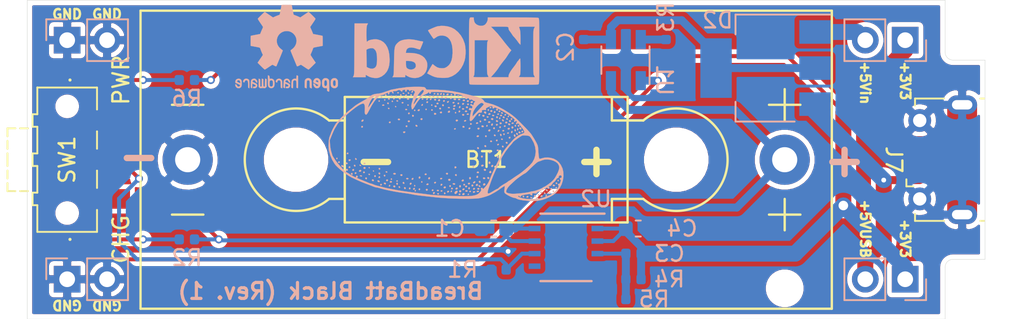
<source format=kicad_pcb>
(kicad_pcb (version 20171130) (host pcbnew 5.1.5+dfsg1-2)
  (title_block (title "BreadBatt Black") (date 2019-12-05) (rev 1))
  (layers (0 F.Cu signal) (31 B.Cu signal) (34 B.Paste user) (35 F.Paste user) (36 B.SilkS user) (37 F.SilkS user) (38 B.Mask user) (39 F.Mask user) (44 Edge.Cuts user))
  (net 0 "")
  (net 1 +BATT)
  (net 2 -BATT)
  (net 3 "Net-(C2-Pad2)")
  (net 4 +3V3)
  (net 5 "Net-(C3-Pad2)")
  (net 6 "Net-(D1-Pad2)")
  (net 7 "Net-(D1-Pad1)")
  (net 8 VBUS)
  (net 9 +5V)
  (net 10 "Net-(D3-Pad2)")
  (net 11 "Net-(R1-Pad2)")
  (net 12 "Net-(R3-Pad2)")
  (net 13 "Net-(U2-Pad5)")
  (net 14 "Net-(J7-Pad2)")
  (net 15 "Net-(J7-Pad4)")
  (net 16 "Net-(J7-Pad3)")
  (net 17 "Net-(SW1-Pad3)")
  (module BreadBatt:BreadBatt (layer B.Cu) (at 137.16 106.934 180)
    (fp_text reference G*** hide)
    (fp_text value LOGO hide)
  )
  (module KiCad:BHC-CR123A (layer F.Cu) (at 139.7 107.95 180)
    (fp_text reference BT1 (at 0 0 180) (layer F.SilkS))
    (fp_text value "3.7 V Li-Ion 16340")
    (pad 1 thru_hole circle (at -19 0 180) (size 3.2 3.2) (drill 1.6) (layers *.Cu *.Mask) (net 1 +BATT))
    (pad 2 thru_hole circle (at 19 0 180) (size 3.2 3.2) (drill 1.6) (layers *.Cu *.Mask) (net 2 -BATT))
    (pad "" np_thru_hole circle (at -19 -8.2 180) (size 1.8 1.8) (drill 1.8) (layers *.Cu *.Mask))
    (pad "" np_thru_hole circle (at -12.1 0 180) (size 3.5 3.5) (drill 3.5) (layers *.Cu *.Mask))
    (pad "" np_thru_hole circle (at 12.1 0 180) (size 3.5 3.5) (drill 3.5) (layers *.Cu *.Mask))
  )
  (module Capacitor_SMD:C_0603_1608Metric (layer B.Cu) (at 140.1825 112.338)
    (fp_text reference C1 (at -2.794 0) (layer B.SilkS) (effects (justify mirror)))
    (fp_text value 10u)
    (pad 1 smd roundrect (at -0.7875 0) (size 0.875 0.95) (layers B.Cu B.Paste B.Mask) (net 2 -BATT))
    (pad 2 smd roundrect (at 0.7875 0) (size 0.875 0.95) (layers B.Cu B.Paste B.Mask) (net 1 +BATT))
  )
  (module Capacitor_SMD:C_0402_1005Metric (layer B.Cu) (at 145.923 100.775 90)
    (fp_text reference C2 (at 0 -1.17 90) (layer B.SilkS) (effects (justify mirror)))
    (fp_text value 1u)
    (pad 1 smd roundrect (at -0.485 0 90) (size 0.59 0.64) (layers B.Cu B.Paste B.Mask) (net 2 -BATT))
    (pad 2 smd roundrect (at 0.485 0 90) (size 0.59 0.64) (layers B.Cu B.Paste B.Mask) (net 3 "Net-(C2-Pad2)"))
  )
  (module Capacitor_SMD:C_0402_1005Metric (layer B.Cu) (at 149.075 113.938 180)
    (fp_text reference C3 (at -2.286 0 180) (layer B.SilkS) (effects (justify mirror)))
    (fp_text value 470n)
    (pad 1 smd roundrect (at -0.485 0 180) (size 0.59 0.64) (layers B.Cu B.Paste B.Mask) (net 4 +3V3))
    (pad 2 smd roundrect (at 0.485 0 180) (size 0.59 0.64) (layers B.Cu B.Paste B.Mask) (net 5 "Net-(C3-Pad2)"))
  )
  (module Capacitor_SMD:C_0603_1608Metric (layer B.Cu) (at 149.3775 112.338)
    (fp_text reference C4 (at 2.794 0) (layer B.SilkS) (effects (justify mirror)))
    (fp_text value 10u)
    (pad 2 smd roundrect (at 0.7875 0) (size 0.875 0.95) (layers B.Cu B.Paste B.Mask) (net 2 -BATT))
    (pad 1 smd roundrect (at -0.7875 0) (size 0.875 0.95) (layers B.Cu B.Paste B.Mask) (net 4 +3V3))
  )
  (module LED_SMD:LED_0402_1005Metric (layer F.Cu) (at 114.3 113.03)
    (fp_text reference D1)
    (fp_text value "LED, Yellow")
    (pad 2 smd roundrect (at 0.485 0) (size 0.59 0.64) (layers F.Cu F.Paste F.Mask) (net 6 "Net-(D1-Pad2)"))
    (pad 1 smd roundrect (at -0.485 0) (size 0.59 0.64) (layers F.Cu F.Paste F.Mask) (net 7 "Net-(D1-Pad1)"))
  )
  (module Package_TO_SOT_SMD:SOT-223-3_TabPin2 (layer B.Cu) (at 157.48 102.108 180)
    (fp_text reference D2 (at 3.048 3.048) (layer B.SilkS) (effects (justify mirror)))
    (fp_text value BAT120C,115)
    (pad 2 smd rect (at 3.15 0 180) (size 2 3.8) (layers B.Cu B.Paste B.Mask) (net 3 "Net-(C2-Pad2)"))
    (pad 2 smd rect (at -3.15 0 180) (size 2 1.5) (layers B.Cu B.Paste B.Mask) (net 3 "Net-(C2-Pad2)"))
    (pad 3 smd rect (at -3.15 -2.3 180) (size 2 1.5) (layers B.Cu B.Paste B.Mask) (net 8 VBUS))
    (pad 1 smd rect (at -3.15 2.3 180) (size 2 1.5) (layers B.Cu B.Paste B.Mask) (net 9 +5V))
  )
  (module LED_SMD:LED_0402_1005Metric (layer F.Cu) (at 114.3 102.87)
    (fp_text reference D3)
    (fp_text value "LED, Green")
    (pad 1 smd roundrect (at -0.485 0) (size 0.59 0.64) (layers F.Cu F.Paste F.Mask) (net 2 -BATT))
    (pad 2 smd roundrect (at 0.485 0) (size 0.59 0.64) (layers F.Cu F.Paste F.Mask) (net 10 "Net-(D3-Pad2)"))
  )
  (module Connector_USB:USB_Micro-B_Molex-105017-0001 (layer F.Cu) (at 168.7576 107.95 90)
    (fp_text reference J7 (at 0 -3.1125 270 unlocked) (layer F.SilkS))
    (fp_text value Conn_01x05_Shielded)
    (pad SH smd rect (at 1 1.2375 90) (size 1.5 1.9) (layers F.Cu F.Paste F.Mask) (net 2 -BATT))
    (pad SH thru_hole circle (at -2.5 -1.4625 90) (size 1.45 1.45) (drill 0.85) (layers *.Cu *.Mask) (net 2 -BATT))
    (pad 2 smd rect (at -0.65 -1.4625 90) (size 0.4 1.35) (layers F.Cu F.Paste F.Mask) (net 14 "Net-(J7-Pad2)"))
    (pad 1 smd rect (at -1.3 -1.4625 90) (size 0.4 1.35) (layers F.Cu F.Paste F.Mask) (net 8 VBUS))
    (pad 5 smd rect (at 1.3 -1.4625 90) (size 0.4 1.35) (layers F.Cu F.Paste F.Mask) (net 2 -BATT))
    (pad 4 smd rect (at 0.65 -1.4625 90) (size 0.4 1.35) (layers F.Cu F.Paste F.Mask) (net 15 "Net-(J7-Pad4)"))
    (pad 3 smd rect (at 0 -1.4625 90) (size 0.4 1.35) (layers F.Cu F.Paste F.Mask) (net 16 "Net-(J7-Pad3)"))
    (pad SH thru_hole circle (at 2.5 -1.4625 90) (size 1.45 1.45) (drill 0.85) (layers *.Cu *.Mask) (net 2 -BATT))
    (pad SH smd rect (at -1 1.2375 90) (size 1.5 1.9) (layers F.Cu F.Paste F.Mask) (net 2 -BATT))
    (pad SH thru_hole oval (at -3.5 1.2375 270) (size 1.2 1.9) (drill oval 0.6 1.3) (layers *.Cu *.Mask) (net 2 -BATT))
    (pad SH thru_hole oval (at 3.5 1.2375 90) (size 1.2 1.9) (drill oval 0.6 1.3) (layers *.Cu *.Mask) (net 2 -BATT))
    (pad SH smd rect (at 2.9 1.2375 90) (size 1.2 1.9) (layers F.Cu F.Mask) (net 2 -BATT))
    (pad SH smd rect (at -2.9 1.2375 90) (size 1.2 1.9) (layers F.Cu F.Mask) (net 2 -BATT))
  )
  (module Resistor_SMD:R_0402_1005Metric (layer B.Cu) (at 140.485 114.954)
    (fp_text reference R1 (at -2.286 0) (layer B.SilkS) (effects (justify mirror)))
    (fp_text value 100k)
    (pad 2 smd roundrect (at 0.485 0) (size 0.59 0.64) (layers B.Cu B.Paste B.Mask) (net 11 "Net-(R1-Pad2)"))
    (pad 1 smd roundrect (at -0.485 0) (size 0.59 0.64) (layers B.Cu B.Paste B.Mask) (net 2 -BATT))
  )
  (module Resistor_SMD:R_0402_1005Metric (layer B.Cu) (at 120.65 113.03)
    (fp_text reference R2 (at 0 1.17) (layer B.SilkS) (effects (justify mirror)))
    (fp_text value 1k)
    (pad 2 smd roundrect (at 0.485 0) (size 0.59 0.64) (layers B.Cu B.Paste B.Mask) (net 1 +BATT))
    (pad 1 smd roundrect (at -0.485 0) (size 0.59 0.64) (layers B.Cu B.Paste B.Mask) (net 6 "Net-(D1-Pad2)"))
  )
  (module Resistor_SMD:R_0402_1005Metric (layer B.Cu) (at 151.13 100.775 90)
    (fp_text reference R3 (at 1.905 0 90) (layer B.SilkS) (effects (justify mirror)))
    (fp_text value 1k27)
    (pad 1 smd roundrect (at -0.485 0 90) (size 0.59 0.64) (layers B.Cu B.Paste B.Mask) (net 2 -BATT))
    (pad 2 smd roundrect (at 0.485 0 90) (size 0.59 0.64) (layers B.Cu B.Paste B.Mask) (net 12 "Net-(R3-Pad2)"))
  )
  (module Resistor_SMD:R_0402_1005Metric (layer B.Cu) (at 149.075 115.57)
    (fp_text reference R4 (at 2.286 0) (layer B.SilkS) (effects (justify mirror)))
    (fp_text value 5k6)
    (pad 2 smd roundrect (at 0.485 0) (size 0.59 0.64) (layers B.Cu B.Paste B.Mask) (net 4 +3V3))
    (pad 1 smd roundrect (at -0.485 0) (size 0.59 0.64) (layers B.Cu B.Paste B.Mask) (net 5 "Net-(C3-Pad2)"))
  )
  (module Resistor_SMD:R_0402_1005Metric (layer B.Cu) (at 148.104999 116.84)
    (fp_text reference R5 (at 2.286 0) (layer B.SilkS) (effects (justify mirror)))
    (fp_text value 1k)
    (pad 1 smd roundrect (at -0.485 0) (size 0.59 0.64) (layers B.Cu B.Paste B.Mask) (net 2 -BATT))
    (pad 2 smd roundrect (at 0.485 0) (size 0.59 0.64) (layers B.Cu B.Paste B.Mask) (net 5 "Net-(C3-Pad2)"))
  )
  (module Resistor_SMD:R_0402_1005Metric (layer B.Cu) (at 120.65 102.87)
    (fp_text reference R6 (at 0 1.17) (layer B.SilkS) (effects (justify mirror)))
    (fp_text value 1k)
    (pad 1 smd roundrect (at -0.485 0) (size 0.59 0.64) (layers B.Cu B.Paste B.Mask) (net 10 "Net-(D3-Pad2)"))
    (pad 2 smd roundrect (at 0.485 0) (size 0.59 0.64) (layers B.Cu B.Paste B.Mask) (net 4 +3V3))
  )
  (module Package_TO_SOT_SMD:TSOT-23-5 (layer B.Cu) (at 148.59 101.6 90)
    (fp_text reference U1 (at -1.27 2.45 270 unlocked) (layer B.SilkS) (effects (justify mirror)))
    (fp_text value LTC4054ES5-4.2)
    (pad 1 smd rect (at -1.31 0.95 90) (size 1.22 0.65) (layers B.Cu B.Paste B.Mask) (net 7 "Net-(D1-Pad1)"))
    (pad 2 smd rect (at -1.31 0 90) (size 1.22 0.65) (layers B.Cu B.Paste B.Mask) (net 2 -BATT))
    (pad 3 smd rect (at -1.31 -0.95 90) (size 1.22 0.65) (layers B.Cu B.Paste B.Mask) (net 1 +BATT))
    (pad 4 smd rect (at 1.31 -0.95 90) (size 1.22 0.65) (layers B.Cu B.Paste B.Mask) (net 3 "Net-(C2-Pad2)"))
    (pad 5 smd rect (at 1.31 0.95 90) (size 1.22 0.65) (layers B.Cu B.Paste B.Mask) (net 12 "Net-(R3-Pad2)"))
  )
  (module Package_DFN_QFN:DFN-8-1EP_4x4mm_P0.8mm_EP2.5x3.6mm (layer B.Cu) (at 144.78 113.538 180)
    (fp_text reference U2 (at -1.905 3.075 180) (layer B.SilkS) (effects (justify mirror)))
    (fp_text value LD39200D)
    (pad 1 smd rect (at -2 1.2 180) (size 0.75 0.35) (layers B.Cu B.Paste B.Mask) (net 4 +3V3))
    (pad 2 smd rect (at -2 0.4 180) (size 0.75 0.35) (layers B.Cu B.Paste B.Mask) (net 4 +3V3))
    (pad 3 smd rect (at -2 -0.4 180) (size 0.75 0.35) (layers B.Cu B.Paste B.Mask) (net 5 "Net-(C3-Pad2)"))
    (pad 4 smd rect (at -2 -1.2 180) (size 0.75 0.35) (layers B.Cu B.Paste B.Mask) (net 2 -BATT))
    (pad 5 smd rect (at 2 -1.2 180) (size 0.75 0.35) (layers B.Cu B.Paste B.Mask) (net 13 "Net-(U2-Pad5)"))
    (pad 6 smd rect (at 2 -0.4 180) (size 0.75 0.35) (layers B.Cu B.Paste B.Mask) (net 11 "Net-(R1-Pad2)"))
    (pad 7 smd rect (at 2 0.4 180) (size 0.75 0.35) (layers B.Cu B.Paste B.Mask) (net 1 +BATT))
    (pad 8 smd rect (at 2 1.2 180) (size 0.75 0.35) (layers B.Cu B.Paste B.Mask) (net 1 +BATT))
    (pad 9 smd rect (at 0 0 180) (size 2.5 3.6) (layers B.Cu B.Mask) (net 2 -BATT))
  )
  (module Button_Switch_SMD:SW_SPDT_CK-JS102011SAQN (layer F.Cu) (at 113.03 107.95 270)
    (fp_text reference SW1 (at 0 0 270) (layer F.SilkS))
    (fp_text value SW_SPDT)
    (pad "" np_thru_hole circle (at 3.4 0 270) (size 0.9 0.9) (drill 0.9) (layers *.Cu *.Mask))
    (pad "" np_thru_hole circle (at -3.4 0 270) (size 0.9 0.9) (drill 0.9) (layers *.Cu *.Mask))
    (pad 3 smd rect (at 2.5 -2.75 270) (size 1.25 2.5) (layers F.Cu F.Paste F.Mask) (net 17 "Net-(SW1-Pad3)"))
    (pad 2 smd rect (at 0 -2.75 270) (size 1.25 2.5) (layers F.Cu F.Paste F.Mask) (net 11 "Net-(R1-Pad2)"))
    (pad 1 smd rect (at -2.5 -2.75 270) (size 1.25 2.5) (layers F.Cu F.Paste F.Mask) (net 1 +BATT))
  )
  (module Symbol:Symbol_KiCAD-Logo_CopperAndSilkScreenTop (layer B.Cu) (at 137.16 100.838 180)
    (fp_text reference REF** hide)
    (fp_text value "KiCAD Logo" hide)
  )
  (module Symbol:OSHW-Logo2_7.3x6mm_SilkScreen (layer B.Cu) (at 127 100.838 180)
    (fp_text reference REF** hide)
    (fp_text value OSHW-Logo2_7.3x6mm_SilkScreen hide)
  )
  (module Connector_PinHeader_2.54mm:PinHeader_1x02_P2.54mm_Vertical (layer B.Cu) (at 166.37 100.33 90)
    (fp_text reference J1)
    (fp_text value Conn_01x02 hide)
    (pad 1 thru_hole rect (at 0 0 90) (size 1.7 1.7) (drill 1) (layers *.Cu *.Mask) (net 4 +3V3))
    (pad 2 thru_hole oval (at 0 -2.54 90) (size 1.7 1.7) (drill 1) (layers *.Cu *.Mask) (net 9 +5V))
  )
  (module Connector_PinHeader_2.54mm:PinHeader_1x02_P2.54mm_Vertical (layer B.Cu) (at 113.03 100.33 270)
    (fp_text reference J2)
    (fp_text value Conn_01x02 hide)
    (pad 2 thru_hole oval (at 0 -2.54 270) (size 1.7 1.7) (drill 1) (layers *.Cu *.Mask) (net 2 -BATT))
    (pad 1 thru_hole rect (at 0 0 270) (size 1.7 1.7) (drill 1) (layers *.Cu *.Mask) (net 2 -BATT))
  )
  (module Connector_PinHeader_2.54mm:PinHeader_1x02_P2.54mm_Vertical (layer B.Cu) (at 166.37 115.57 90)
    (fp_text reference J3)
    (fp_text value Conn_01x02 hide)
    (pad 1 thru_hole rect (at 0 0 90) (size 1.7 1.7) (drill 1) (layers *.Cu *.Mask) (net 4 +3V3))
    (pad 2 thru_hole oval (at 0 -2.54 90) (size 1.7 1.7) (drill 1) (layers *.Cu *.Mask) (net 8 VBUS))
  )
  (module Connector_PinHeader_2.54mm:PinHeader_1x02_P2.54mm_Vertical (layer B.Cu) (at 113.03 115.57 270)
    (fp_text reference J4)
    (fp_text value Conn_01x02 hide)
    (pad 2 thru_hole oval (at 0 -2.54 270) (size 1.7 1.7) (drill 1) (layers *.Cu *.Mask) (net 2 -BATT))
    (pad 1 thru_hole rect (at 0 0 270) (size 1.7 1.7) (drill 1) (layers *.Cu *.Mask) (net 2 -BATT))
  )
  (gr_text GND (at 115.57 98.679) (layer F.SilkS) (effects (font (size 0.6096 0.6096) (thickness 0.1524))))
  (gr_text GND (at 115.57 117.221 180) (layer F.SilkS) (effects (font (size 0.6096 0.6096) (thickness 0.1524))))
  (gr_text +5VUSB (at 163.83 114.3 -90) (layer F.SilkS) (effects (font (size 0.6096 0.6096) (thickness 0.1524)) (justify right)))
  (gr_text +5Vin (at 163.83 101.6 -90) (layer F.SilkS) (effects (font (size 0.6096 0.6096) (thickness 0.1524)) (justify left)))
  (gr_text +3V3 (at 166.37 114.3 -90) (layer F.SilkS) (effects (font (size 0.6096 0.6096) (thickness 0.1524)) (justify right)))
  (gr_text +3V3 (at 166.37 101.6 -90) (layer F.SilkS) (effects (font (size 0.6096 0.6096) (thickness 0.1524)) (justify left)))
  (gr_text GND (at 113.03 117.221 180) (layer F.SilkS) (effects (font (size 0.6096 0.6096) (thickness 0.1524))))
  (gr_text GND (at 113.03 98.679) (layer F.SilkS) (effects (font (size 0.6096 0.6096) (thickness 0.1524))))
  (gr_text "BreadBatt Black (Rev. 1)" (at 129.794 116.332) (layer B.SilkS) (effects (font (size 1.016 1.016) (thickness 0.2032)) (justify mirror)))
  (gr_arc (start 169.418 114.808) (end 169.418 114.3) (angle -90) (layer Edge.Cuts) (width 0.0254))
  (gr_arc (start 169.418 101.092) (end 168.91 101.092) (angle -90) (layer Edge.Cuts) (width 0.0254))
  (gr_text + (at 146.72 107.95) (layer F.SilkS) (effects (font (size 2.032 2.032) (thickness 0.4064)) (justify mirror)))
  (gr_text - (at 132.68 107.95) (layer F.SilkS) (effects (font (size 2.032 2.032) (thickness 0.4064)) (justify mirror)))
  (gr_text - (at 117.602 107.696) (layer B.SilkS) (effects (font (size 2.032 2.032) (thickness 0.4064)) (justify mirror)))
  (gr_text + (at 162.51 107.95) (layer B.SilkS) (effects (font (size 2.032 2.032) (thickness 0.4064)) (justify mirror)))
  (gr_line (start 168.91 101.092) (end 168.91 97.79) (layer Edge.Cuts) (width 0.0254))
  (gr_line (start 168.91 118.11) (end 168.91 114.808) (layer Edge.Cuts) (width 0.0254))
  (gr_line (start 171.45 114.3) (end 169.418 114.3) (layer Edge.Cuts) (width 0.0254))
  (gr_line (start 171.45 101.6) (end 171.45 114.3) (layer Edge.Cuts) (width 0.0254))
  (gr_line (start 169.418 101.6) (end 171.45 101.6) (layer Edge.Cuts) (width 0.0254))
  (gr_text CHG (at 116.459 113.03 90) (layer F.SilkS) (effects (font (size 1.016 1.016) (thickness 0.1524))))
  (gr_text PWR (at 116.459 102.87 90) (layer F.SilkS) (effects (font (size 1.016 1.016) (thickness 0.1524))))
  (gr_line (start 110.49 118.11) (end 168.91 118.11) (layer Edge.Cuts) (width 0.0254))
  (gr_line (start 110.49 97.79) (end 110.49 118.11) (layer Edge.Cuts) (width 0.0254))
  (gr_line (start 168.91 97.79) (end 110.49 97.79) (layer Edge.Cuts) (width 0.0254))
  (segment (start 142.78 112.338) (end 140.97 112.338) (width 0.254) (layer B.Cu) (net 1))
  (segment (start 147.64 103.626522) (end 147.64 102.91) (width 0.508) (layer B.Cu) (net 1))
  (segment (start 158.7 107.95) (end 155.525 104.775) (width 0.508) (layer B.Cu) (net 1))
  (segment (start 148.788478 104.775) (end 147.64 103.626522) (width 0.508) (layer B.Cu) (net 1))
  (segment (start 155.525 104.775) (end 148.788478 104.775) (width 0.508) (layer B.Cu) (net 1))
  (segment (start 121.135 113.03) (end 122.682 113.03) (width 0.254) (layer B.Cu) (net 1))
  (via (at 122.682 113.03) (size 0.508) (drill 0.3048) (layers F.Cu B.Cu) (net 1))
  (segment (start 116.118 105.45) (end 115.78 105.45) (width 0.254) (layer F.Cu) (net 1))
  (segment (start 117.856 107.188) (end 116.118 105.45) (width 0.254) (layer F.Cu) (net 1))
  (segment (start 117.856 108.204) (end 117.856 107.188) (width 0.254) (layer F.Cu) (net 1))
  (segment (start 122.682 113.03) (end 117.856 108.204) (width 0.254) (layer F.Cu) (net 1))
  (segment (start 140.97 112.813) (end 140.97 112.338) (width 0.254) (layer B.Cu) (net 1))
  (segment (start 140.69059 113.09241) (end 140.97 112.813) (width 0.254) (layer B.Cu) (net 1))
  (segment (start 122.74441 113.09241) (end 140.69059 113.09241) (width 0.254) (layer B.Cu) (net 1))
  (segment (start 122.682 113.03) (end 122.74441 113.09241) (width 0.254) (layer B.Cu) (net 1))
  (segment (start 141.295 113.138) (end 140.97 112.813) (width 0.254) (layer B.Cu) (net 1))
  (segment (start 158.7 107.95) (end 155.652 110.998) (width 0.508) (layer B.Cu) (net 1))
  (segment (start 155.652 110.998) (end 149.987 110.998) (width 0.508) (layer B.Cu) (net 1))
  (segment (start 149.987 110.998) (end 149.352 110.363) (width 0.508) (layer B.Cu) (net 1))
  (segment (start 140.97 112.338) (end 141.535 112.338) (width 0.508) (layer B.Cu) (net 1))
  (segment (start 149.352 110.363) (end 143.51 110.363) (width 0.508) (layer B.Cu) (net 1))
  (segment (start 141.535 112.338) (end 143.51 110.363) (width 0.508) (layer B.Cu) (net 1))
  (segment (start 142.78 113.138) (end 141.295 113.138) (width 0.254) (layer B.Cu) (net 1))
  (via (at 141.097 113.792) (size 0.508) (drill 0.3048) (layers F.Cu B.Cu) (net 2))
  (segment (start 147.64 100.29) (end 145.923 100.29) (width 0.508) (layer B.Cu) (net 3))
  (segment (start 147.64 99.502) (end 147.64 100.29) (width 0.508) (layer B.Cu) (net 3))
  (segment (start 148.082 99.06) (end 147.64 99.502) (width 0.508) (layer B.Cu) (net 3))
  (segment (start 154.33 102.108) (end 154.33 101.244) (width 0.508) (layer B.Cu) (net 3))
  (segment (start 152.146 99.06) (end 148.082 99.06) (width 0.508) (layer B.Cu) (net 3))
  (segment (start 154.33 101.244) (end 152.146 99.06) (width 0.508) (layer B.Cu) (net 3))
  (segment (start 155.838 102.108) (end 160.63 102.108) (width 0.508) (layer B.Cu) (net 3))
  (segment (start 154.33 102.108) (end 155.838 102.108) (width 0.508) (layer B.Cu) (net 3))
  (segment (start 146.78 112.338) (end 148.59 112.338) (width 0.254) (layer B.Cu) (net 4))
  (segment (start 147.79 113.138) (end 148.59 112.338) (width 0.254) (layer B.Cu) (net 4))
  (segment (start 146.78 113.138) (end 147.79 113.138) (width 0.254) (layer B.Cu) (net 4))
  (segment (start 148.59 112.522) (end 148.59 112.338) (width 0.508) (layer B.Cu) (net 4))
  (segment (start 149.56 113.938) (end 149.56 115.57) (width 0.508) (layer B.Cu) (net 4))
  (via (at 162.433008 110.871008) (size 1.016) (drill 0.6096) (layers F.Cu B.Cu) (net 4))
  (via (at 122.174 102.87) (size 0.508) (drill 0.3048) (layers F.Cu B.Cu) (net 4))
  (segment (start 122.174 102.87) (end 121.135 102.87) (width 0.254) (layer B.Cu) (net 4))
  (segment (start 123.698 101.346) (end 122.174 102.87) (width 0.254) (layer F.Cu) (net 4))
  (segment (start 149.56 113.492) (end 148.59 112.522) (width 0.508) (layer B.Cu) (net 4))
  (segment (start 149.56 113.938) (end 149.56 113.492) (width 0.508) (layer B.Cu) (net 4))
  (segment (start 166.37 100.978722) (end 166.37 100.33) (width 1.016) (layer F.Cu) (net 4))
  (segment (start 162.433 110.871) (end 162.433 104.915722) (width 1.016) (layer F.Cu) (net 4))
  (segment (start 162.433 104.915722) (end 166.37 100.978722) (width 1.016) (layer F.Cu) (net 4))
  (segment (start 149.56 113.938) (end 149.86 113.938) (width 0.508) (layer B.Cu) (net 4))
  (segment (start 162.433 104.915722) (end 162.433 104.902) (width 0.254) (layer F.Cu) (net 4))
  (segment (start 158.877 101.346) (end 157.861 101.346) (width 0.254) (layer F.Cu) (net 4))
  (segment (start 162.433 104.902) (end 158.877 101.346) (width 0.254) (layer F.Cu) (net 4))
  (segment (start 157.988 101.346) (end 157.861 101.346) (width 0.254) (layer F.Cu) (net 4))
  (segment (start 157.861 101.346) (end 123.698 101.346) (width 0.254) (layer F.Cu) (net 4))
  (segment (start 159.366016 113.938) (end 149.86 113.938) (width 1.016) (layer B.Cu) (net 4))
  (segment (start 166.37 114.808) (end 162.433008 110.871008) (width 1.016) (layer B.Cu) (net 4))
  (segment (start 166.37 115.57) (end 166.37 114.808) (width 1.016) (layer B.Cu) (net 4))
  (segment (start 159.366016 113.938) (end 162.433008 110.871008) (width 1.016) (layer B.Cu) (net 4))
  (segment (start 146.78 113.938) (end 148.59 113.938) (width 0.254) (layer B.Cu) (net 5))
  (segment (start 148.613 113.961) (end 148.59 113.938) (width 0.508) (layer B.Cu) (net 5))
  (segment (start 148.59 115.57) (end 148.59 113.938) (width 0.508) (layer B.Cu) (net 5))
  (segment (start 148.59 116.839999) (end 148.589999 116.84) (width 0.508) (layer B.Cu) (net 5))
  (segment (start 148.59 115.57) (end 148.59 116.839999) (width 0.508) (layer B.Cu) (net 5))
  (via (at 117.856 113.03) (size 0.508) (drill 0.3048) (layers F.Cu B.Cu) (net 6))
  (segment (start 120.165 113.03) (end 117.856 113.03) (width 0.254) (layer B.Cu) (net 6))
  (segment (start 114.785 113.03) (end 117.856 113.03) (width 0.254) (layer F.Cu) (net 6))
  (via (at 150.622 102.91) (size 0.508) (drill 0.3048) (layers F.Cu B.Cu) (net 7))
  (segment (start 149.54 102.91) (end 150.622 102.91) (width 0.508) (layer B.Cu) (net 7))
  (segment (start 150.582 102.91) (end 150.622 102.91) (width 0.254) (layer F.Cu) (net 7))
  (segment (start 139.192 114.3) (end 150.582 102.91) (width 0.254) (layer F.Cu) (net 7))
  (segment (start 113.815 113.03) (end 115.085 114.3) (width 0.254) (layer F.Cu) (net 7))
  (segment (start 115.085 114.3) (end 139.192 114.3) (width 0.254) (layer F.Cu) (net 7))
  (via (at 165.003 109.25) (size 0.508) (drill 0.3048) (layers F.Cu B.Cu) (net 8))
  (segment (start 167.2951 109.25) (end 165.003 109.25) (width 0.508) (layer F.Cu) (net 8))
  (segment (start 163.83 115.57) (end 163.83 114.367919) (width 1.016) (layer F.Cu) (net 8))
  (segment (start 165.003 113.194919) (end 165.003 109.25) (width 1.016) (layer F.Cu) (net 8))
  (segment (start 163.83 114.367919) (end 165.003 113.194919) (width 1.016) (layer F.Cu) (net 8))
  (segment (start 160.63 104.877) (end 165.003 109.25) (width 1.016) (layer B.Cu) (net 8))
  (segment (start 160.63 104.408) (end 160.63 104.877) (width 1.016) (layer B.Cu) (net 8))
  (segment (start 163.308 99.808) (end 163.83 100.33) (width 1.016) (layer B.Cu) (net 9))
  (segment (start 160.63 99.808) (end 163.308 99.808) (width 1.016) (layer B.Cu) (net 9))
  (segment (start 114.785 102.87) (end 117.856 102.87) (width 0.254) (layer F.Cu) (net 10))
  (segment (start 120.165 102.87) (end 117.856 102.87) (width 0.254) (layer B.Cu) (net 10))
  (via (at 117.856 102.87) (size 0.508) (drill 0.3048) (layers F.Cu B.Cu) (net 10))
  (via (at 117.602 109.1565) (size 0.508) (drill 0.3048) (layers F.Cu B.Cu) (net 11))
  (segment (start 116.405 107.95) (end 117.602 109.147) (width 0.254) (layer F.Cu) (net 11))
  (segment (start 115.78 107.95) (end 116.405 107.95) (width 0.254) (layer F.Cu) (net 11))
  (segment (start 117.602 109.147) (end 117.602 109.1565) (width 0.254) (layer F.Cu) (net 11))
  (segment (start 141.986 113.938) (end 140.97 114.954) (width 0.254) (layer B.Cu) (net 11))
  (segment (start 142.78 113.938) (end 141.986 113.938) (width 0.254) (layer B.Cu) (net 11))
  (segment (start 116.332 110.4265) (end 117.602 109.1565) (width 0.254) (layer B.Cu) (net 11))
  (segment (start 140.97 114.634) (end 140.636 114.3) (width 0.254) (layer B.Cu) (net 11))
  (segment (start 117.475 114.3) (end 116.332 113.157) (width 0.254) (layer B.Cu) (net 11))
  (segment (start 140.97 114.954) (end 140.97 114.634) (width 0.254) (layer B.Cu) (net 11))
  (segment (start 140.636 114.3) (end 117.475 114.3) (width 0.254) (layer B.Cu) (net 11))
  (segment (start 116.332 113.157) (end 116.332 110.4265) (width 0.254) (layer B.Cu) (net 11))
  (segment (start 151.13 100.29) (end 149.54 100.29) (width 0.508) (layer B.Cu) (net 12))
  (zone (net 2) (net_name -BATT) (layer B.Cu) (connect_pads thru_hole_only (clearance 0.3048)) (min_thickness 0.1524) (fill yes (arc_segments 16) (thermal_gap 0.3048) (thermal_bridge_width 0.508))
    (polygon (pts (xy 110.49 97.79) (xy 171.45 97.79) (xy 171.45 118.11) (xy 110.49 118.11)))
  )
  (zone (net 2) (net_name -BATT) (layer F.Cu) (connect_pads thru_hole_only (clearance 0.3048)) (min_thickness 0.1524) (fill yes (arc_segments 16) (thermal_gap 0.3048) (thermal_bridge_width 0.508))
    (polygon (pts (xy 110.49 97.79) (xy 171.45 97.79) (xy 171.45 118.11) (xy 110.49 118.11)))
  )
)
</source>
